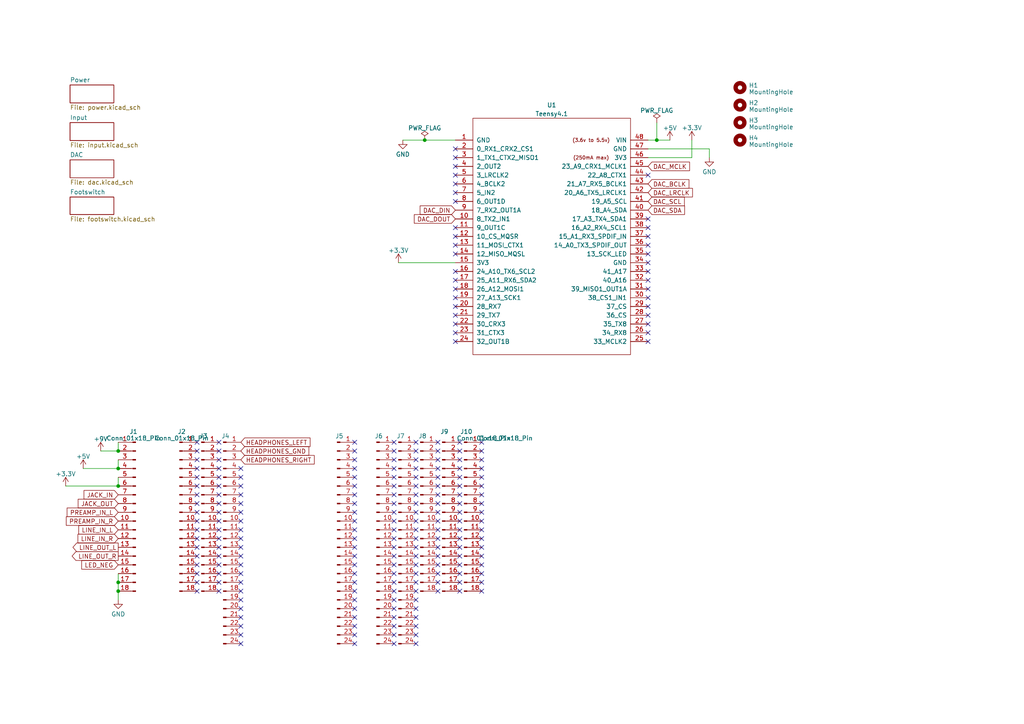
<source format=kicad_sch>
(kicad_sch (version 20250114) (generator "eeschema") (generator_version "9.0")
  (paper "A4")
  (lib_symbols
    (symbol "Connector:Conn_01x18_Pin" (pin_names (offset 1.016) (hide yes))
      (property "Reference" "J" (at 0 22.86 0))
      (property "Value" "Conn_01x18_Pin" (at 0 -25.4 0))
      (symbol "Conn_01x18_Pin_1_1"
        (rectangle (start 0.8636 20.447) (end 0 20.193) (stroke (width 0.1524)) (fill (type outline)))
        (rectangle (start 0.8636 17.907) (end 0 17.653) (stroke (width 0.1524)) (fill (type outline)))
        (rectangle (start 0.8636 15.367) (end 0 15.113) (stroke (width 0.1524)) (fill (type outline)))
        (rectangle (start 0.8636 12.827) (end 0 12.573) (stroke (width 0.1524)) (fill (type outline)))
        (rectangle (start 0.8636 10.287) (end 0 10.033) (stroke (width 0.1524)) (fill (type outline)))
        (rectangle (start 0.8636 7.747) (end 0 7.493) (stroke (width 0.1524)) (fill (type outline)))
        (rectangle (start 0.8636 5.207) (end 0 4.953) (stroke (width 0.1524)) (fill (type outline)))
        (rectangle (start 0.8636 2.667) (end 0 2.413) (stroke (width 0.1524)) (fill (type outline)))
        (rectangle (start 0.8636 0.127) (end 0 -0.127) (stroke (width 0.1524)) (fill (type outline)))
        (rectangle (start 0.8636 -2.413) (end 0 -2.667) (stroke (width 0.1524)) (fill (type outline)))
        (rectangle (start 0.8636 -4.953) (end 0 -5.207) (stroke (width 0.1524)) (fill (type outline)))
        (rectangle (start 0.8636 -7.493) (end 0 -7.747) (stroke (width 0.1524)) (fill (type outline)))
        (rectangle (start 0.8636 -10.033) (end 0 -10.287) (stroke (width 0.1524)) (fill (type outline)))
        (rectangle (start 0.8636 -12.573) (end 0 -12.827) (stroke (width 0.1524)) (fill (type outline)))
        (rectangle (start 0.8636 -15.113) (end 0 -15.367) (stroke (width 0.1524)) (fill (type outline)))
        (rectangle (start 0.8636 -17.653) (end 0 -17.907) (stroke (width 0.1524)) (fill (type outline)))
        (rectangle (start 0.8636 -20.193) (end 0 -20.447) (stroke (width 0.1524)) (fill (type outline)))
        (rectangle (start 0.8636 -22.733) (end 0 -22.987) (stroke (width 0.1524)) (fill (type outline)))
        (polyline (pts (xy 1.27 20.32) (xy 0.8636 20.32)) (stroke (width 0.1524)))
        (polyline (pts (xy 1.27 17.78) (xy 0.8636 17.78)) (stroke (width 0.1524)))
        (polyline (pts (xy 1.27 15.24) (xy 0.8636 15.24)) (stroke (width 0.1524)))
        (polyline (pts (xy 1.27 12.7) (xy 0.8636 12.7)) (stroke (width 0.1524)))
        (polyline (pts (xy 1.27 10.16) (xy 0.8636 10.16)) (stroke (width 0.1524)))
        (polyline (pts (xy 1.27 7.62) (xy 0.8636 7.62)) (stroke (width 0.1524)))
        (polyline (pts (xy 1.27 5.08) (xy 0.8636 5.08)) (stroke (width 0.1524)))
        (polyline (pts (xy 1.27 2.54) (xy 0.8636 2.54)) (stroke (width 0.1524)))
        (polyline (pts (xy 1.27 0) (xy 0.8636 0)) (stroke (width 0.1524)))
        (polyline (pts (xy 1.27 -2.54) (xy 0.8636 -2.54)) (stroke (width 0.1524)))
        (polyline (pts (xy 1.27 -5.08) (xy 0.8636 -5.08)) (stroke (width 0.1524)))
        (polyline (pts (xy 1.27 -7.62) (xy 0.8636 -7.62)) (stroke (width 0.1524)))
        (polyline (pts (xy 1.27 -10.16) (xy 0.8636 -10.16)) (stroke (width 0.1524)))
        (polyline (pts (xy 1.27 -12.7) (xy 0.8636 -12.7)) (stroke (width 0.1524)))
        (polyline (pts (xy 1.27 -15.24) (xy 0.8636 -15.24)) (stroke (width 0.1524)))
        (polyline (pts (xy 1.27 -17.78) (xy 0.8636 -17.78)) (stroke (width 0.1524)))
        (polyline (pts (xy 1.27 -20.32) (xy 0.8636 -20.32)) (stroke (width 0.1524)))
        (polyline (pts (xy 1.27 -22.86) (xy 0.8636 -22.86)) (stroke (width 0.1524)))
        (pin passive line (at 5.08 20.32 180) (length 3.81) (name "Pin_1") (number "1"))
        (pin passive line (at 5.08 17.78 180) (length 3.81) (name "Pin_2") (number "2"))
        (pin passive line (at 5.08 15.24 180) (length 3.81) (name "Pin_3") (number "3"))
        (pin passive line (at 5.08 12.7 180) (length 3.81) (name "Pin_4") (number "4"))
        (pin passive line (at 5.08 10.16 180) (length 3.81) (name "Pin_5") (number "5"))
        (pin passive line (at 5.08 7.62 180) (length 3.81) (name "Pin_6") (number "6"))
        (pin passive line (at 5.08 5.08 180) (length 3.81) (name "Pin_7") (number "7"))
        (pin passive line (at 5.08 2.54 180) (length 3.81) (name "Pin_8") (number "8"))
        (pin passive line (at 5.08 0 180) (length 3.81) (name "Pin_9") (number "9"))
        (pin passive line (at 5.08 -2.54 180) (length 3.81) (name "Pin_10") (number "10"))
        (pin passive line (at 5.08 -5.08 180) (length 3.81) (name "Pin_11") (number "11"))
        (pin passive line (at 5.08 -7.62 180) (length 3.81) (name "Pin_12") (number "12"))
        (pin passive line (at 5.08 -10.16 180) (length 3.81) (name "Pin_13") (number "13"))
        (pin passive line (at 5.08 -12.7 180) (length 3.81) (name "Pin_14") (number "14"))
        (pin passive line (at 5.08 -15.24 180) (length 3.81) (name "Pin_15") (number "15"))
        (pin passive line (at 5.08 -17.78 180) (length 3.81) (name "Pin_16") (number "16"))
        (pin passive line (at 5.08 -20.32 180) (length 3.81) (name "Pin_17") (number "17"))
        (pin passive line (at 5.08 -22.86 180) (length 3.81) (name "Pin_18") (number "18"))
      )
    )
    (symbol "Connector:Conn_01x24_Pin" (pin_names (offset 1.016) (hide yes))
      (property "Reference" "J" (at 0 30.48 0))
      (property "Value" "Conn_01x24_Pin" (at 0 -33.02 0))
      (symbol "Conn_01x24_Pin_1_1"
        (rectangle (start 0.8636 28.067) (end 0 27.813) (stroke (width 0.1524)) (fill (type outline)))
        (rectangle (start 0.8636 25.527) (end 0 25.273) (stroke (width 0.1524)) (fill (type outline)))
        (rectangle (start 0.8636 22.987) (end 0 22.733) (stroke (width 0.1524)) (fill (type outline)))
        (rectangle (start 0.8636 20.447) (end 0 20.193) (stroke (width 0.1524)) (fill (type outline)))
        (rectangle (start 0.8636 17.907) (end 0 17.653) (stroke (width 0.1524)) (fill (type outline)))
        (rectangle (start 0.8636 15.367) (end 0 15.113) (stroke (width 0.1524)) (fill (type outline)))
        (rectangle (start 0.8636 12.827) (end 0 12.573) (stroke (width 0.1524)) (fill (type outline)))
        (rectangle (start 0.8636 10.287) (end 0 10.033) (stroke (width 0.1524)) (fill (type outline)))
        (rectangle (start 0.8636 7.747) (end 0 7.493) (stroke (width 0.1524)) (fill (type outline)))
        (rectangle (start 0.8636 5.207) (end 0 4.953) (stroke (width 0.1524)) (fill (type outline)))
        (rectangle (start 0.8636 2.667) (end 0 2.413) (stroke (width 0.1524)) (fill (type outline)))
        (rectangle (start 0.8636 0.127) (end 0 -0.127) (stroke (width 0.1524)) (fill (type outline)))
        (rectangle (start 0.8636 -2.413) (end 0 -2.667) (stroke (width 0.1524)) (fill (type outline)))
        (rectangle (start 0.8636 -4.953) (end 0 -5.207) (stroke (width 0.1524)) (fill (type outline)))
        (rectangle (start 0.8636 -7.493) (end 0 -7.747) (stroke (width 0.1524)) (fill (type outline)))
        (rectangle (start 0.8636 -10.033) (end 0 -10.287) (stroke (width 0.1524)) (fill (type outline)))
        (rectangle (start 0.8636 -12.573) (end 0 -12.827) (stroke (width 0.1524)) (fill (type outline)))
        (rectangle (start 0.8636 -15.113) (end 0 -15.367) (stroke (width 0.1524)) (fill (type outline)))
        (rectangle (start 0.8636 -17.653) (end 0 -17.907) (stroke (width 0.1524)) (fill (type outline)))
        (rectangle (start 0.8636 -20.193) (end 0 -20.447) (stroke (width 0.1524)) (fill (type outline)))
        (rectangle (start 0.8636 -22.733) (end 0 -22.987) (stroke (width 0.1524)) (fill (type outline)))
        (rectangle (start 0.8636 -25.273) (end 0 -25.527) (stroke (width 0.1524)) (fill (type outline)))
        (rectangle (start 0.8636 -27.813) (end 0 -28.067) (stroke (width 0.1524)) (fill (type outline)))
        (rectangle (start 0.8636 -30.353) (end 0 -30.607) (stroke (width 0.1524)) (fill (type outline)))
        (polyline (pts (xy 1.27 27.94) (xy 0.8636 27.94)) (stroke (width 0.1524)))
        (polyline (pts (xy 1.27 25.4) (xy 0.8636 25.4)) (stroke (width 0.1524)))
        (polyline (pts (xy 1.27 22.86) (xy 0.8636 22.86)) (stroke (width 0.1524)))
        (polyline (pts (xy 1.27 20.32) (xy 0.8636 20.32)) (stroke (width 0.1524)))
        (polyline (pts (xy 1.27 17.78) (xy 0.8636 17.78)) (stroke (width 0.1524)))
        (polyline (pts (xy 1.27 15.24) (xy 0.8636 15.24)) (stroke (width 0.1524)))
        (polyline (pts (xy 1.27 12.7) (xy 0.8636 12.7)) (stroke (width 0.1524)))
        (polyline (pts (xy 1.27 10.16) (xy 0.8636 10.16)) (stroke (width 0.1524)))
        (polyline (pts (xy 1.27 7.62) (xy 0.8636 7.62)) (stroke (width 0.1524)))
        (polyline (pts (xy 1.27 5.08) (xy 0.8636 5.08)) (stroke (width 0.1524)))
        (polyline (pts (xy 1.27 2.54) (xy 0.8636 2.54)) (stroke (width 0.1524)))
        (polyline (pts (xy 1.27 0) (xy 0.8636 0)) (stroke (width 0.1524)))
        (polyline (pts (xy 1.27 -2.54) (xy 0.8636 -2.54)) (stroke (width 0.1524)))
        (polyline (pts (xy 1.27 -5.08) (xy 0.8636 -5.08)) (stroke (width 0.1524)))
        (polyline (pts (xy 1.27 -7.62) (xy 0.8636 -7.62)) (stroke (width 0.1524)))
        (polyline (pts (xy 1.27 -10.16) (xy 0.8636 -10.16)) (stroke (width 0.1524)))
        (polyline (pts (xy 1.27 -12.7) (xy 0.8636 -12.7)) (stroke (width 0.1524)))
        (polyline (pts (xy 1.27 -15.24) (xy 0.8636 -15.24)) (stroke (width 0.1524)))
        (polyline (pts (xy 1.27 -17.78) (xy 0.8636 -17.78)) (stroke (width 0.1524)))
        (polyline (pts (xy 1.27 -20.32) (xy 0.8636 -20.32)) (stroke (width 0.1524)))
        (polyline (pts (xy 1.27 -22.86) (xy 0.8636 -22.86)) (stroke (width 0.1524)))
        (polyline (pts (xy 1.27 -25.4) (xy 0.8636 -25.4)) (stroke (width 0.1524)))
        (polyline (pts (xy 1.27 -27.94) (xy 0.8636 -27.94)) (stroke (width 0.1524)))
        (polyline (pts (xy 1.27 -30.48) (xy 0.8636 -30.48)) (stroke (width 0.1524)))
        (pin passive line (at 5.08 27.94 180) (length 3.81) (name "Pin_1") (number "1"))
        (pin passive line (at 5.08 25.4 180) (length 3.81) (name "Pin_2") (number "2"))
        (pin passive line (at 5.08 22.86 180) (length 3.81) (name "Pin_3") (number "3"))
        (pin passive line (at 5.08 20.32 180) (length 3.81) (name "Pin_4") (number "4"))
        (pin passive line (at 5.08 17.78 180) (length 3.81) (name "Pin_5") (number "5"))
        (pin passive line (at 5.08 15.24 180) (length 3.81) (name "Pin_6") (number "6"))
        (pin passive line (at 5.08 12.7 180) (length 3.81) (name "Pin_7") (number "7"))
        (pin passive line (at 5.08 10.16 180) (length 3.81) (name "Pin_8") (number "8"))
        (pin passive line (at 5.08 7.62 180) (length 3.81) (name "Pin_9") (number "9"))
        (pin passive line (at 5.08 5.08 180) (length 3.81) (name "Pin_10") (number "10"))
        (pin passive line (at 5.08 2.54 180) (length 3.81) (name "Pin_11") (number "11"))
        (pin passive line (at 5.08 0 180) (length 3.81) (name "Pin_12") (number "12"))
        (pin passive line (at 5.08 -2.54 180) (length 3.81) (name "Pin_13") (number "13"))
        (pin passive line (at 5.08 -5.08 180) (length 3.81) (name "Pin_14") (number "14"))
        (pin passive line (at 5.08 -7.62 180) (length 3.81) (name "Pin_15") (number "15"))
        (pin passive line (at 5.08 -10.16 180) (length 3.81) (name "Pin_16") (number "16"))
        (pin passive line (at 5.08 -12.7 180) (length 3.81) (name "Pin_17") (number "17"))
        (pin passive line (at 5.08 -15.24 180) (length 3.81) (name "Pin_18") (number "18"))
        (pin passive line (at 5.08 -17.78 180) (length 3.81) (name "Pin_19") (number "19"))
        (pin passive line (at 5.08 -20.32 180) (length 3.81) (name "Pin_20") (number "20"))
        (pin passive line (at 5.08 -22.86 180) (length 3.81) (name "Pin_21") (number "21"))
        (pin passive line (at 5.08 -25.4 180) (length 3.81) (name "Pin_22") (number "22"))
        (pin passive line (at 5.08 -27.94 180) (length 3.81) (name "Pin_23") (number "23"))
        (pin passive line (at 5.08 -30.48 180) (length 3.81) (name "Pin_24") (number "24"))
      )
    )
    (symbol "Mechanical:MountingHole" (pin_names (offset 1.016))
      (property "Reference" "H" (at 0 5.08 0))
      (property "Value" "MountingHole" (at 0 3.175 0))
      (symbol "MountingHole_0_1"
        (circle (center 0 0) (radius 1.27) (stroke (width 1.27)))
      )
    )
    (symbol "power:+3.3V" (power) (pin_names (offset 0))
      (property "Value" "+3.3V" (at 0 3.556 0))
      (symbol "+3.3V_0_1"
        (polyline (pts (xy -0.762 1.27) (xy 0 2.54)))
        (polyline (pts (xy 0 2.54) (xy 0.762 1.27)))
        (polyline (pts (xy 0 0) (xy 0 2.54)))
      )
      (symbol "+3.3V_1_1"
        (pin power_in line (at 0 0 90) (length 0) (hide yes) (name "+3.3V") (number "1"))
      )
    )
    (symbol "power:+5V" (power) (pin_names (offset 0))
      (property "Value" "+5V" (at 0 3.556 0))
      (symbol "+5V_0_1"
        (polyline (pts (xy -0.762 1.27) (xy 0 2.54)))
        (polyline (pts (xy 0 2.54) (xy 0.762 1.27)))
        (polyline (pts (xy 0 0) (xy 0 2.54)))
      )
      (symbol "+5V_1_1"
        (pin power_in line (at 0 0 90) (length 0) (hide yes) (name "+5V") (number "1"))
      )
    )
    (symbol "power:+9V" (power) (pin_names (offset 0))
      (property "Value" "+9V" (at 0 3.556 0))
      (symbol "+9V_0_1"
        (polyline (pts (xy -0.762 1.27) (xy 0 2.54)))
        (polyline (pts (xy 0 2.54) (xy 0.762 1.27)))
        (polyline (pts (xy 0 0) (xy 0 2.54)))
      )
      (symbol "+9V_1_1"
        (pin power_in line (at 0 0 90) (length 0) (hide yes) (name "+9V") (number "1"))
      )
    )
    (symbol "power:GND" (power) (pin_names (offset 0))
      (property "Value" "GND" (at 0 -3.81 0))
      (symbol "GND_0_1"
        (polyline (pts (xy 0 0) (xy 0 -1.27) (xy 1.27 -1.27) (xy 0 -2.54) (xy -1.27 -1.27) (xy 0 -1.27)))
      )
      (symbol "GND_1_1"
        (pin power_in line (at 0 0 270) (length 0) (hide yes) (name "GND") (number "1"))
      )
    )
    (symbol "power:PWR_FLAG" (power) (pin_numbers (hide yes)) (pin_names (offset 0) (hide yes))
      (property "Value" "PWR_FLAG" (at 0 3.81 0))
      (symbol "PWR_FLAG_0_0"
        (pin power_out line (at 0 0 90) (length 0) (name "pwr") (number "1"))
      )
      (symbol "PWR_FLAG_0_1"
        (polyline (pts (xy 0 0) (xy 0 1.27) (xy -1.016 1.905) (xy 0 2.54) (xy 1.016 1.905) (xy 0 1.27)))
      )
    )
    (symbol "stomp:Teensy4.1_simplified" (pin_names (offset 1.016))
      (property "Reference" "U" (at 0 64.77 0))
      (property "Value" "Teensy4.1" (at 0 62.23 0))
      (symbol "Teensy4.1_simplified_0_0"
        (text "(3.6v to 5.5v)" (at 11.43 54.61 0) (effects (font (size 1.016 1.016))))
        (text "(250mA max)" (at 11.43 49.53 0) (effects (font (size 1.016 1.016))))
        (pin bidirectional line (at -27.94 44.45 0) (length 5.08) (name "3_LRCLK2") (number "5"))
        (pin bidirectional line (at -27.94 41.91 0) (length 5.08) (name "4_BCLK2") (number "6"))
        (pin bidirectional line (at -27.94 39.37 0) (length 5.08) (name "5_IN2") (number "7"))
        (pin bidirectional line (at -27.94 36.83 0) (length 5.08) (name "6_OUT1D") (number "8"))
        (pin bidirectional line (at -27.94 34.29 0) (length 5.08) (name "7_RX2_OUT1A") (number "9"))
        (pin bidirectional line (at -27.94 31.75 0) (length 5.08) (name "8_TX2_IN1") (number "10"))
        (pin bidirectional line (at -27.94 29.21 0) (length 5.08) (name "9_OUT1C") (number "11"))
        (pin bidirectional line (at -27.94 26.67 0) (length 5.08) (name "10_CS_MQSR") (number "12"))
        (pin bidirectional line (at -27.94 24.13 0) (length 5.08) (name "11_MOSI_CTX1") (number "13"))
        (pin bidirectional line (at -27.94 21.59 0) (length 5.08) (name "12_MISO_MQSL") (number "14"))
        (pin bidirectional line (at -27.94 16.51 0) (length 5.08) (name "24_A10_TX6_SCL2") (number "16"))
        (pin bidirectional line (at -27.94 13.97 0) (length 5.08) (name "25_A11_RX6_SDA2") (number "17"))
        (pin bidirectional line (at -27.94 11.43 0) (length 5.08) (name "26_A12_MOSI1") (number "18"))
        (pin bidirectional line (at -27.94 8.89 0) (length 5.08) (name "27_A13_SCK1") (number "19"))
        (pin bidirectional line (at -27.94 6.35 0) (length 5.08) (name "28_RX7") (number "20"))
        (pin bidirectional line (at -27.94 3.81 0) (length 5.08) (name "29_TX7") (number "21"))
        (pin bidirectional line (at -27.94 1.27 0) (length 5.08) (name "30_CRX3") (number "22"))
        (pin bidirectional line (at -27.94 -1.27 0) (length 5.08) (name "31_CTX3") (number "23"))
        (pin bidirectional line (at -27.94 -3.81 0) (length 5.08) (name "32_OUT1B") (number "24"))
        (pin power_in line (at 27.94 54.61 180) (length 5.08) (name "VIN") (number "48"))
        (pin bidirectional line (at 27.94 46.99 180) (length 5.08) (name "23_A9_CRX1_MCLK1") (number "45"))
        (pin bidirectional line (at 27.94 44.45 180) (length 5.08) (name "22_A8_CTX1") (number "44"))
        (pin bidirectional line (at 27.94 41.91 180) (length 5.08) (name "21_A7_RX5_BCLK1") (number "43"))
        (pin bidirectional line (at 27.94 39.37 180) (length 5.08) (name "20_A6_TX5_LRCLK1") (number "42"))
        (pin bidirectional line (at 27.94 36.83 180) (length 5.08) (name "19_A5_SCL") (number "41"))
        (pin bidirectional line (at 27.94 34.29 180) (length 5.08) (name "18_A4_SDA") (number "40"))
        (pin bidirectional line (at 27.94 31.75 180) (length 5.08) (name "17_A3_TX4_SDA1") (number "39"))
        (pin bidirectional line (at 27.94 29.21 180) (length 5.08) (name "16_A2_RX4_SCL1") (number "38"))
        (pin bidirectional line (at 27.94 26.67 180) (length 5.08) (name "15_A1_RX3_SPDIF_IN") (number "37"))
        (pin bidirectional line (at 27.94 24.13 180) (length 5.08) (name "14_A0_TX3_SPDIF_OUT") (number "36"))
        (pin bidirectional line (at 27.94 21.59 180) (length 5.08) (name "13_SCK_LED") (number "35"))
        (pin bidirectional line (at 27.94 16.51 180) (length 5.08) (name "41_A17") (number "33"))
        (pin bidirectional line (at 27.94 13.97 180) (length 5.08) (name "40_A16") (number "32"))
        (pin bidirectional line (at 27.94 11.43 180) (length 5.08) (name "39_MISO1_OUT1A") (number "31"))
        (pin bidirectional line (at 27.94 8.89 180) (length 5.08) (name "38_CS1_IN1") (number "30"))
        (pin bidirectional line (at 27.94 6.35 180) (length 5.08) (name "37_CS") (number "29"))
        (pin bidirectional line (at 27.94 3.81 180) (length 5.08) (name "36_CS") (number "28"))
        (pin bidirectional line (at 27.94 1.27 180) (length 5.08) (name "35_TX8") (number "27"))
        (pin bidirectional line (at 27.94 -1.27 180) (length 5.08) (name "34_RX8") (number "26"))
        (pin bidirectional line (at 27.94 -3.81 180) (length 5.08) (name "33_MCLK2") (number "25"))
      )
      (symbol "Teensy4.1_simplified_0_1"
        (rectangle (start -22.86 60.96) (end 22.86 -7.62))
        (rectangle (start -20.32 -1.27) (end -20.32 -1.27))
      )
      (symbol "Teensy4.1_simplified_1_0"
        (pin power_in line (at -27.94 19.05 0) (length 5.08) (name "3V3") (number "15"))
        (pin power_in line (at 27.94 52.07 180) (length 5.08) (name "GND") (number "47"))
        (pin power_out line (at 27.94 49.53 180) (length 5.08) (name "3V3") (number "46"))
      )
      (symbol "Teensy4.1_simplified_1_1"
        (pin power_in line (at -27.94 54.61 0) (length 5.08) (name "GND") (number "1"))
        (pin bidirectional line (at -27.94 52.07 0) (length 5.08) (name "0_RX1_CRX2_CS1") (number "2"))
        (pin bidirectional line (at -27.94 49.53 0) (length 5.08) (name "1_TX1_CTX2_MISO1") (number "3"))
        (pin bidirectional line (at -27.94 46.99 0) (length 5.08) (name "2_OUT2") (number "4"))
        (pin power_in line (at 27.94 19.05 180) (length 5.08) (name "GND") (number "34"))
      )
    )
  )
  (junction (at 34.29 130.81))
  (junction (at 190.5 40.64))
  (junction (at 34.29 171.45))
  (junction (at 34.29 135.89))
  (junction (at 34.29 168.91))
  (junction (at 34.29 140.97))
  (junction (at 123.19 40.64))
  (no_connect (at 187.96 50.8))
  (no_connect (at 133.35 171.45))
  (no_connect (at 69.85 171.45))
  (no_connect (at 57.15 133.35))
  (no_connect (at 69.85 153.67))
  (no_connect (at 133.35 133.35))
  (no_connect (at 120.65 135.89))
  (no_connect (at 120.65 153.67))
  (no_connect (at 132.08 73.66))
  (no_connect (at 120.65 148.59))
  (no_connect (at 187.96 81.28))
  (no_connect (at 132.08 58.42))
  (no_connect (at 63.5 128.27))
  (no_connect (at 69.85 184.15))
  (no_connect (at 102.87 151.13))
  (no_connect (at 127 130.81))
  (no_connect (at 57.15 158.75))
  (no_connect (at 69.85 140.97))
  (no_connect (at 63.5 143.51))
  (no_connect (at 63.5 135.89))
  (no_connect (at 63.5 133.35))
  (no_connect (at 69.85 138.43))
  (no_connect (at 120.65 163.83))
  (no_connect (at 139.7 130.81))
  (no_connect (at 127 168.91))
  (no_connect (at 133.35 163.83))
  (no_connect (at 63.5 156.21))
  (no_connect (at 127 128.27))
  (no_connect (at 139.7 163.83))
  (no_connect (at 120.65 130.81))
  (no_connect (at 120.65 140.97))
  (no_connect (at 114.3 138.43))
  (no_connect (at 133.35 130.81))
  (no_connect (at 102.87 161.29))
  (no_connect (at 133.35 143.51))
  (no_connect (at 114.3 173.99))
  (no_connect (at 187.96 68.58))
  (no_connect (at 114.3 186.69))
  (no_connect (at 133.35 135.89))
  (no_connect (at 102.87 163.83))
  (no_connect (at 114.3 140.97))
  (no_connect (at 132.08 78.74))
  (no_connect (at 132.08 50.8))
  (no_connect (at 69.85 181.61))
  (no_connect (at 69.85 186.69))
  (no_connect (at 63.5 140.97))
  (no_connect (at 139.7 158.75))
  (no_connect (at 187.96 91.44))
  (no_connect (at 127 156.21))
  (no_connect (at 127 163.83))
  (no_connect (at 133.35 153.67))
  (no_connect (at 69.85 161.29))
  (no_connect (at 133.35 146.05))
  (no_connect (at 114.3 179.07))
  (no_connect (at 139.7 140.97))
  (no_connect (at 57.15 163.83))
  (no_connect (at 127 140.97))
  (no_connect (at 139.7 153.67))
  (no_connect (at 132.08 66.04))
  (no_connect (at 102.87 138.43))
  (no_connect (at 63.5 151.13))
  (no_connect (at 114.3 166.37))
  (no_connect (at 114.3 181.61))
  (no_connect (at 187.96 99.06))
  (no_connect (at 127 135.89))
  (no_connect (at 102.87 176.53))
  (no_connect (at 139.7 171.45))
  (no_connect (at 127 161.29))
  (no_connect (at 132.08 86.36))
  (no_connect (at 132.08 88.9))
  (no_connect (at 187.96 73.66))
  (no_connect (at 133.35 156.21))
  (no_connect (at 133.35 161.29))
  (no_connect (at 102.87 128.27))
  (no_connect (at 102.87 130.81))
  (no_connect (at 187.96 71.12))
  (no_connect (at 114.3 171.45))
  (no_connect (at 132.08 93.98))
  (no_connect (at 102.87 146.05))
  (no_connect (at 139.7 133.35))
  (no_connect (at 132.08 91.44))
  (no_connect (at 57.15 135.89))
  (no_connect (at 114.3 135.89))
  (no_connect (at 139.7 128.27))
  (no_connect (at 102.87 168.91))
  (no_connect (at 187.96 78.74))
  (no_connect (at 63.5 168.91))
  (no_connect (at 120.65 181.61))
  (no_connect (at 132.08 83.82))
  (no_connect (at 57.15 168.91))
  (no_connect (at 102.87 156.21))
  (no_connect (at 57.15 140.97))
  (no_connect (at 139.7 151.13))
  (no_connect (at 127 133.35))
  (no_connect (at 57.15 151.13))
  (no_connect (at 102.87 181.61))
  (no_connect (at 132.08 99.06))
  (no_connect (at 102.87 179.07))
  (no_connect (at 102.87 184.15))
  (no_connect (at 127 171.45))
  (no_connect (at 69.85 176.53))
  (no_connect (at 102.87 153.67))
  (no_connect (at 114.3 168.91))
  (no_connect (at 133.35 158.75))
  (no_connect (at 187.96 76.2))
  (no_connect (at 187.96 93.98))
  (no_connect (at 120.65 143.51))
  (no_connect (at 114.3 184.15))
  (no_connect (at 132.08 71.12))
  (no_connect (at 114.3 153.67))
  (no_connect (at 69.85 168.91))
  (no_connect (at 139.7 146.05))
  (no_connect (at 132.08 81.28))
  (no_connect (at 120.65 184.15))
  (no_connect (at 187.96 88.9))
  (no_connect (at 69.85 158.75))
  (no_connect (at 69.85 179.07))
  (no_connect (at 63.5 171.45))
  (no_connect (at 102.87 135.89))
  (no_connect (at 114.3 151.13))
  (no_connect (at 63.5 148.59))
  (no_connect (at 69.85 173.99))
  (no_connect (at 120.65 176.53))
  (no_connect (at 57.15 153.67))
  (no_connect (at 127 146.05))
  (no_connect (at 127 148.59))
  (no_connect (at 102.87 171.45))
  (no_connect (at 139.7 156.21))
  (no_connect (at 114.3 161.29))
  (no_connect (at 139.7 168.91))
  (no_connect (at 120.65 156.21))
  (no_connect (at 127 151.13))
  (no_connect (at 63.5 158.75))
  (no_connect (at 120.65 151.13))
  (no_connect (at 132.08 96.52))
  (no_connect (at 120.65 168.91))
  (no_connect (at 63.5 130.81))
  (no_connect (at 127 143.51))
  (no_connect (at 120.65 161.29))
  (no_connect (at 132.08 48.26))
  (no_connect (at 57.15 148.59))
  (no_connect (at 127 158.75))
  (no_connect (at 114.3 176.53))
  (no_connect (at 120.65 166.37))
  (no_connect (at 120.65 128.27))
  (no_connect (at 102.87 148.59))
  (no_connect (at 114.3 128.27))
  (no_connect (at 102.87 140.97))
  (no_connect (at 139.7 166.37))
  (no_connect (at 187.96 86.36))
  (no_connect (at 133.35 128.27))
  (no_connect (at 69.85 135.89))
  (no_connect (at 57.15 161.29))
  (no_connect (at 120.65 179.07))
  (no_connect (at 63.5 138.43))
  (no_connect (at 102.87 166.37))
  (no_connect (at 139.7 135.89))
  (no_connect (at 114.3 148.59))
  (no_connect (at 132.08 43.18))
  (no_connect (at 63.5 146.05))
  (no_connect (at 132.08 55.88))
  (no_connect (at 57.15 130.81))
  (no_connect (at 114.3 156.21))
  (no_connect (at 120.65 138.43))
  (no_connect (at 120.65 146.05))
  (no_connect (at 187.96 96.52))
  (no_connect (at 63.5 166.37))
  (no_connect (at 57.15 171.45))
  (no_connect (at 114.3 158.75))
  (no_connect (at 114.3 133.35))
  (no_connect (at 187.96 83.82))
  (no_connect (at 57.15 143.51))
  (no_connect (at 69.85 151.13))
  (no_connect (at 139.7 138.43))
  (no_connect (at 127 138.43))
  (no_connect (at 57.15 138.43))
  (no_connect (at 120.65 173.99))
  (no_connect (at 187.96 63.5))
  (no_connect (at 63.5 153.67))
  (no_connect (at 102.87 133.35))
  (no_connect (at 139.7 148.59))
  (no_connect (at 102.87 158.75))
  (no_connect (at 57.15 166.37))
  (no_connect (at 133.35 140.97))
  (no_connect (at 102.87 173.99))
  (no_connect (at 57.15 128.27))
  (no_connect (at 63.5 161.29))
  (no_connect (at 133.35 168.91))
  (no_connect (at 102.87 186.69))
  (no_connect (at 114.3 163.83))
  (no_connect (at 132.08 45.72))
  (no_connect (at 57.15 146.05))
  (no_connect (at 120.65 186.69))
  (no_connect (at 139.7 161.29))
  (no_connect (at 120.65 158.75))
  (no_connect (at 69.85 156.21))
  (no_connect (at 127 166.37))
  (no_connect (at 120.65 171.45))
  (no_connect (at 114.3 143.51))
  (no_connect (at 132.08 68.58))
  (no_connect (at 133.35 148.59))
  (no_connect (at 63.5 163.83))
  (no_connect (at 120.65 133.35))
  (no_connect (at 133.35 166.37))
  (no_connect (at 114.3 146.05))
  (no_connect (at 69.85 148.59))
  (no_connect (at 127 153.67))
  (no_connect (at 187.96 66.04))
  (no_connect (at 102.87 143.51))
  (no_connect (at 133.35 138.43))
  (no_connect (at 69.85 163.83))
  (no_connect (at 132.08 53.34))
  (no_connect (at 133.35 151.13))
  (no_connect (at 69.85 146.05))
  (no_connect (at 114.3 130.81))
  (no_connect (at 139.7 143.51))
  (no_connect (at 57.15 156.21))
  (no_connect (at 69.85 166.37))
  (no_connect (at 69.85 143.51))
  (wire (pts (xy 187.96 40.64) (xy 190.5 40.64)))
  (wire (pts (xy 29.21 130.81) (xy 34.29 130.81)))
  (wire (pts (xy 34.29 171.45) (xy 34.29 173.99)))
  (wire (pts (xy 187.96 45.72) (xy 200.66 45.72)))
  (wire (pts (xy 34.29 133.35) (xy 34.29 135.89)))
  (wire (pts (xy 123.19 40.64) (xy 132.08 40.64)))
  (wire (pts (xy 190.5 35.56) (xy 190.5 40.64)))
  (wire (pts (xy 34.29 138.43) (xy 34.29 140.97)))
  (wire (pts (xy 187.96 43.18) (xy 205.74 43.18)))
  (wire (pts (xy 19.05 140.97) (xy 34.29 140.97)))
  (wire (pts (xy 34.29 168.91) (xy 34.29 171.45)))
  (wire (pts (xy 34.29 128.27) (xy 34.29 130.81)))
  (wire (pts (xy 116.84 40.64) (xy 123.19 40.64)))
  (wire (pts (xy 34.29 166.37) (xy 34.29 168.91)))
  (wire (pts (xy 190.5 40.64) (xy 194.31 40.64)))
  (wire (pts (xy 24.13 135.89) (xy 34.29 135.89)))
  (wire (pts (xy 200.66 45.72) (xy 200.66 40.64)))
  (wire (pts (xy 115.57 76.2) (xy 132.08 76.2)))
  (wire (pts (xy 205.74 43.18) (xy 205.74 45.72)))
  (global_label "DAC_DIN" (shape input) (at 132.08 60.96 180) (property "Intersheetrefs" "${INTERSHEET_REFS}" (effects (hide yes))))
  (global_label "LINE_OUT_R" (shape output) (at 34.29 161.29 180) (property "Intersheetrefs" "${INTERSHEET_REFS}" (effects (hide yes))))
  (global_label "LED_NEG" (shape input) (at 34.29 163.83 180) (property "Intersheetrefs" "${INTERSHEET_REFS}" (effects (hide yes))))
  (global_label "LINE_IN_L" (shape input) (at 34.29 153.67 180) (property "Intersheetrefs" "${INTERSHEET_REFS}" (effects (hide yes))))
  (global_label "DAC_LRCLK" (shape input) (at 187.96 55.88 0) (property "Intersheetrefs" "${INTERSHEET_REFS}" (effects (hide yes))))
  (global_label "DAC_SDA" (shape input) (at 187.96 60.96 0) (property "Intersheetrefs" "${INTERSHEET_REFS}" (effects (hide yes))))
  (global_label "JACK_OUT" (shape input) (at 34.29 146.05 180) (property "Intersheetrefs" "${INTERSHEET_REFS}" (effects (hide yes))))
  (global_label "PREAMP_IN_R" (shape input) (at 34.29 151.13 180) (property "Intersheetrefs" "${INTERSHEET_REFS}" (effects (hide yes))))
  (global_label "LINE_OUT_L" (shape output) (at 34.29 158.75 180) (property "Intersheetrefs" "${INTERSHEET_REFS}" (effects (hide yes))))
  (global_label "DAC_BCLK" (shape input) (at 187.96 53.34 0) (property "Intersheetrefs" "${INTERSHEET_REFS}" (effects (hide yes))))
  (global_label "DAC_SCL" (shape input) (at 187.96 58.42 0) (property "Intersheetrefs" "${INTERSHEET_REFS}" (effects (hide yes))))
  (global_label "HEADPHONES_LEFT" (shape input) (at 69.85 128.27 0) (property "Intersheetrefs" "${INTERSHEET_REFS}" (effects (hide yes))))
  (global_label "PREAMP_IN_L" (shape input) (at 34.29 148.59 180) (property "Intersheetrefs" "${INTERSHEET_REFS}" (effects (hide yes))))
  (global_label "LINE_IN_R" (shape input) (at 34.29 156.21 180) (property "Intersheetrefs" "${INTERSHEET_REFS}" (effects (hide yes))))
  (global_label "HEADPHONES_RIGHT" (shape input) (at 69.85 133.35 0) (property "Intersheetrefs" "${INTERSHEET_REFS}" (effects (hide yes))))
  (global_label "DAC_MCLK" (shape input) (at 187.96 48.26 0) (property "Intersheetrefs" "${INTERSHEET_REFS}" (effects (hide yes))))
  (global_label "HEADPHONES_GND" (shape input) (at 69.85 130.81 0) (property "Intersheetrefs" "${INTERSHEET_REFS}" (effects (hide yes))))
  (global_label "DAC_DOUT" (shape input) (at 132.08 63.5 180) (property "Intersheetrefs" "${INTERSHEET_REFS}" (effects (hide yes))))
  (global_label "JACK_IN" (shape input) (at 34.29 143.51 180) (property "Intersheetrefs" "${INTERSHEET_REFS}" (effects (hide yes))))
  (symbol (lib_id "stomp:Teensy4.1_simplified") (at 160.02 95.25 0) (unit 1)
    (property "Reference" "U1" (at 160.02 30.48 0))
    (property "Value" "Teensy4.1" (at 160.02 33.02 0))
    (property "Footprint" "stomp:Teensy41_stomp" (effects (hide yes)))
  )
  (symbol (lib_id "power:+5V") (at 24.13 135.89 0) (unit 1)
    (property "Reference" "#PWR02" (effects (hide yes)))
    (property "Value" "+5V" (at 24.13 132.3881 0))
  )
  (symbol (lib_id "power:+3.3V") (at 200.66 40.64 0) (unit 1)
    (property "Reference" "#PWR08" (effects (hide yes)))
    (property "Value" "+3.3V" (at 200.66 37.084 0))
  )
  (symbol (lib_id "Connector:Conn_01x18_Pin") (at 128.27 148.59 0) (unit 1)
    (property "Reference" "J9" (at 128.905 125.1839 0))
    (property "Value" "Conn_01x18_Pin" (at 140.335 127.1049 0))
    (property "Footprint" "stomp:PinHeader_1x18_P2.54mm_Vertical_perf" (effects (hide yes)))
  )
  (symbol (lib_id "Mechanical:MountingHole") (at 214.63 30.48 0) (unit 1)
    (property "Reference" "H2" (at 217.17 29.8363 0) (effects (justify left)))
    (property "Value" "MountingHole" (at 217.17 31.7573 0) (effects (justify left)))
    (property "Footprint" "MountingHole:MountingHole_3.2mm_M3" (effects (hide yes)))
  )
  (symbol (lib_id "Connector:Conn_01x24_Pin") (at 64.77 156.21 0) (unit 1)
    (property "Reference" "J4" (at 65.405 126.4737 0))
    (property "Value" "Conn_01x18_Pin" (effects (hide yes)))
    (property "Footprint" "stomp:PinHeader_1x24_P2.54mm_Vertical_perf" (effects (hide yes)))
    (property "Description" "Generic connector, single row, 01x24, script generated" (effects (hide yes)))
  )
  (symbol (lib_id "Connector:Conn_01x18_Pin") (at 39.37 148.59 0) (mirror y) (unit 1)
    (property "Reference" "J1" (at 38.735 125.1839 0))
    (property "Value" "Conn_01x18_Pin" (at 38.735 127.1049 0))
    (property "Footprint" "stomp:PinHeader_1x18_P2.54mm_Vertical_perf" (effects (hide yes)))
  )
  (symbol (lib_id "Connector:Conn_01x18_Pin") (at 52.07 148.59 0) (unit 1)
    (property "Reference" "J2" (at 52.705 125.1839 0))
    (property "Value" "Conn_01x18_Pin" (at 52.705 127.1049 0))
    (property "Footprint" "stomp:PinHeader_1x18_P2.54mm_Vertical_perf" (effects (hide yes)))
  )
  (symbol (lib_id "Mechanical:MountingHole") (at 214.63 35.56 0) (unit 1)
    (property "Reference" "H3" (at 217.17 34.9163 0) (effects (justify left)))
    (property "Value" "MountingHole" (at 217.17 36.8373 0) (effects (justify left)))
    (property "Footprint" "MountingHole:MountingHole_3.2mm_M3" (effects (hide yes)))
  )
  (symbol (lib_id "Mechanical:MountingHole") (at 214.63 25.4 0) (unit 1)
    (property "Reference" "H1" (at 217.17 24.7563 0) (effects (justify left)))
    (property "Value" "MountingHole" (at 217.17 26.6773 0) (effects (justify left)))
    (property "Footprint" "MountingHole:MountingHole_3.2mm_M3" (effects (hide yes)))
  )
  (symbol (lib_id "Connector:Conn_01x18_Pin") (at 121.92 148.59 0) (unit 1)
    (property "Reference" "J8" (at 122.555 126.4737 0))
    (property "Value" "Conn_01x18_Pin" (effects (hide yes)))
    (property "Footprint" "stomp:PinHeader_1x18_P2.54mm_Vertical_perf" (effects (hide yes)))
    (property "Description" "Generic connector, single row, 01x18, script generated" (effects (hide yes)))
  )
  (symbol (lib_id "power:+3.3V") (at 19.05 140.97 0) (mirror y) (unit 1)
    (property "Reference" "#PWR01" (effects (hide yes)))
    (property "Value" "+3.3V" (at 19.05 137.4681 0))
  )
  (symbol (lib_id "power:GND") (at 205.74 45.72 0) (mirror y) (unit 1)
    (property "Reference" "#PWR09" (effects (hide yes)))
    (property "Value" "GND" (at 205.74 49.8555 0))
  )
  (symbol (lib_id "Connector:Conn_01x18_Pin") (at 134.62 148.59 0) (unit 1)
    (property "Reference" "J10" (at 135.255 125.1839 0))
    (property "Value" "Conn_01x18_Pin" (at 146.685 127.1049 0))
    (property "Footprint" "stomp:PinHeader_1x18_P2.54mm_Vertical_perf" (effects (hide yes)))
  )
  (symbol (lib_id "power:+9V") (at 29.21 130.81 0) (unit 1)
    (property "Reference" "#PWR03" (effects (hide yes)))
    (property "Value" "+9V" (at 29.21 127.3081 0))
  )
  (symbol (lib_id "Connector:Conn_01x24_Pin") (at 115.57 156.21 0) (unit 1)
    (property "Reference" "J7" (at 116.205 126.4737 0))
    (property "Value" "Conn_01x18_Pin" (effects (hide yes)))
    (property "Footprint" "stomp:PinHeader_1x24_P2.54mm_Vertical_perf" (effects (hide yes)))
    (property "Description" "Generic connector, single row, 01x24, script generated" (effects (hide yes)))
  )
  (symbol (lib_id "power:PWR_FLAG") (at 123.19 40.64 0) (unit 1)
    (property "Reference" "#FLG01" (effects (hide yes)))
    (property "Value" "PWR_FLAG" (at 123.19 37.1381 0))
  )
  (symbol (lib_id "power:+3.3V") (at 115.57 76.2 0) (unit 1)
    (property "Reference" "#PWR05" (effects (hide yes)))
    (property "Value" "+3.3V" (at 115.57 72.644 0))
  )
  (symbol (lib_id "Mechanical:MountingHole") (at 214.63 40.64 0) (unit 1)
    (property "Reference" "H4" (at 217.17 39.9963 0) (effects (justify left)))
    (property "Value" "MountingHole" (at 217.17 41.9173 0) (effects (justify left)))
    (property "Footprint" "MountingHole:MountingHole_3.2mm_M3" (effects (hide yes)))
  )
  (symbol (lib_id "power:PWR_FLAG") (at 190.5 35.56 0) (unit 1)
    (property "Reference" "#FLG02" (effects (hide yes)))
    (property "Value" "PWR_FLAG" (at 190.5 32.0581 0))
  )
  (symbol (lib_id "Connector:Conn_01x24_Pin") (at 109.22 156.21 0) (unit 1)
    (property "Reference" "J6" (at 109.855 126.4737 0))
    (property "Value" "Conn_01x18_Pin" (effects (hide yes)))
    (property "Footprint" "stomp:PinHeader_1x24_P2.54mm_Vertical_perf" (effects (hide yes)))
    (property "Description" "Generic connector, single row, 01x24, script generated" (effects (hide yes)))
  )
  (symbol (lib_id "power:+5V") (at 194.31 40.64 0) (unit 1)
    (property "Reference" "#PWR07" (effects (hide yes)))
    (property "Value" "+5V" (at 194.31 37.1381 0))
  )
  (symbol (lib_id "power:GND") (at 116.84 40.64 0) (mirror y) (unit 1)
    (property "Reference" "#PWR06" (effects (hide yes)))
    (property "Value" "GND" (at 116.84 44.7755 0))
  )
  (symbol (lib_id "Connector:Conn_01x24_Pin") (at 97.79 156.21 0) (unit 1)
    (property "Reference" "J5" (at 98.425 126.4737 0))
    (property "Value" "Conn_01x18_Pin" (effects (hide yes)))
    (property "Footprint" "stomp:PinHeader_1x24_P2.54mm_Vertical_perf" (effects (hide yes)))
    (property "Description" "Generic connector, single row, 01x24, script generated" (effects (hide yes)))
  )
  (symbol (lib_id "Connector:Conn_01x18_Pin") (at 58.42 148.59 0) (unit 1)
    (property "Reference" "J3" (at 59.055 126.4737 0))
    (property "Value" "Conn_01x18_Pin" (effects (hide yes)))
    (property "Footprint" "stomp:PinHeader_1x18_P2.54mm_Vertical_perf" (effects (hide yes)))
    (property "Description" "Generic connector, single row, 01x18, script generated" (effects (hide yes)))
  )
  (symbol (lib_id "power:GND") (at 34.29 173.99 0) (mirror y) (unit 1)
    (property "Reference" "#PWR04" (effects (hide yes)))
    (property "Value" "GND" (at 34.29 178.1255 0))
  )
  (sheet (at 20.32 24.638) (size 12.7 5.207) (stroke (width 0.1524))
    (property "Sheetname" "Power" (at 20.32 23.9264 0) (effects (justify left bottom)))
    (property "Sheetfile" "power.kicad_sch" (at 20.32 30.4296 0) (effects (justify left top)))
  )
  (sheet (at 20.32 46.355) (size 12.7 5.207) (stroke (width 0.1524))
    (property "Sheetname" "DAC" (at 20.32 45.6434 0) (effects (justify left bottom)))
    (property "Sheetfile" "dac.kicad_sch" (at 20.32 52.1466 0) (effects (justify left top)))
  )
  (sheet (at 20.32 57.15) (size 12.7 5.08) (stroke (width 0.1524))
    (property "Sheetname" "Footswitch" (at 20.32 56.4384 0) (effects (justify left bottom)))
    (property "Sheetfile" "footswitch.kicad_sch" (at 20.32 62.8146 0) (effects (justify left top)))
  )
  (sheet (at 20.32 35.56) (size 12.7 5.207) (stroke (width 0.1524))
    (property "Sheetname" "Input" (at 20.32 34.8484 0) (effects (justify left bottom)))
    (property "Sheetfile" "input.kicad_sch" (at 20.32 41.3516 0) (effects (justify left top)))
  )
)
</source>
